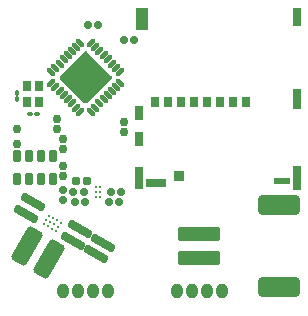
<source format=gbs>
G04 Layer_Color=16711935*
%FSAX24Y24*%
%MOIN*%
G70*
G01*
G75*
%ADD54P,0.1587X4X90.0*%
G04:AMPARAMS|DCode=73|XSize=26.3mil|YSize=24.7mil|CornerRadius=7.6mil|HoleSize=0mil|Usage=FLASHONLY|Rotation=90.000|XOffset=0mil|YOffset=0mil|HoleType=Round|Shape=RoundedRectangle|*
%AMROUNDEDRECTD73*
21,1,0.0263,0.0094,0,0,90.0*
21,1,0.0110,0.0247,0,0,90.0*
1,1,0.0152,0.0047,0.0055*
1,1,0.0152,0.0047,-0.0055*
1,1,0.0152,-0.0047,-0.0055*
1,1,0.0152,-0.0047,0.0055*
%
%ADD73ROUNDEDRECTD73*%
G04:AMPARAMS|DCode=77|XSize=25.1mil|YSize=24.7mil|CornerRadius=7.6mil|HoleSize=0mil|Usage=FLASHONLY|Rotation=180.000|XOffset=0mil|YOffset=0mil|HoleType=Round|Shape=RoundedRectangle|*
%AMROUNDEDRECTD77*
21,1,0.0251,0.0094,0,0,180.0*
21,1,0.0098,0.0247,0,0,180.0*
1,1,0.0152,-0.0049,0.0047*
1,1,0.0152,0.0049,0.0047*
1,1,0.0152,0.0049,-0.0047*
1,1,0.0152,-0.0049,-0.0047*
%
%ADD77ROUNDEDRECTD77*%
G04:AMPARAMS|DCode=81|XSize=26.3mil|YSize=24.7mil|CornerRadius=7.6mil|HoleSize=0mil|Usage=FLASHONLY|Rotation=180.000|XOffset=0mil|YOffset=0mil|HoleType=Round|Shape=RoundedRectangle|*
%AMROUNDEDRECTD81*
21,1,0.0263,0.0094,0,0,180.0*
21,1,0.0110,0.0247,0,0,180.0*
1,1,0.0152,-0.0055,0.0047*
1,1,0.0152,0.0055,0.0047*
1,1,0.0152,0.0055,-0.0047*
1,1,0.0152,-0.0055,-0.0047*
%
%ADD81ROUNDEDRECTD81*%
G04:AMPARAMS|DCode=83|XSize=25.1mil|YSize=24.7mil|CornerRadius=7.6mil|HoleSize=0mil|Usage=FLASHONLY|Rotation=270.000|XOffset=0mil|YOffset=0mil|HoleType=Round|Shape=RoundedRectangle|*
%AMROUNDEDRECTD83*
21,1,0.0251,0.0094,0,0,270.0*
21,1,0.0098,0.0247,0,0,270.0*
1,1,0.0152,-0.0047,-0.0049*
1,1,0.0152,-0.0047,0.0049*
1,1,0.0152,0.0047,0.0049*
1,1,0.0152,0.0047,-0.0049*
%
%ADD83ROUNDEDRECTD83*%
%ADD87O,0.0400X0.0499*%
G04:AMPARAMS|DCode=88|XSize=44.4mil|YSize=142.8mil|CornerRadius=7.4mil|HoleSize=0mil|Usage=FLASHONLY|Rotation=90.000|XOffset=0mil|YOffset=0mil|HoleType=Round|Shape=RoundedRectangle|*
%AMROUNDEDRECTD88*
21,1,0.0444,0.1280,0,0,90.0*
21,1,0.0295,0.1428,0,0,90.0*
1,1,0.0148,0.0640,0.0148*
1,1,0.0148,0.0640,-0.0148*
1,1,0.0148,-0.0640,-0.0148*
1,1,0.0148,-0.0640,0.0148*
%
%ADD88ROUNDEDRECTD88*%
G04:AMPARAMS|DCode=89|XSize=64.1mil|YSize=138.9mil|CornerRadius=9.9mil|HoleSize=0mil|Usage=FLASHONLY|Rotation=90.000|XOffset=0mil|YOffset=0mil|HoleType=Round|Shape=RoundedRectangle|*
%AMROUNDEDRECTD89*
21,1,0.0641,0.1191,0,0,90.0*
21,1,0.0443,0.1389,0,0,90.0*
1,1,0.0198,0.0595,0.0221*
1,1,0.0198,0.0595,-0.0221*
1,1,0.0198,-0.0595,-0.0221*
1,1,0.0198,-0.0595,0.0221*
%
%ADD89ROUNDEDRECTD89*%
%ADD90C,0.0300*%
%ADD91R,0.0302X0.0326*%
%ADD92R,0.0660X0.0267*%
%ADD93R,0.0562X0.0227*%
%ADD94R,0.0255X0.0700*%
%ADD95R,0.0326X0.0326*%
%ADD96R,0.0274X0.0621*%
%ADD97R,0.0448X0.0719*%
%ADD98R,0.0255X0.0503*%
%ADD99R,0.0274X0.0822*%
%ADD100R,0.0274X0.0778*%
G04:AMPARAMS|DCode=101|XSize=34.9mil|YSize=15.2mil|CornerRadius=5.3mil|HoleSize=0mil|Usage=FLASHONLY|Rotation=225.000|XOffset=0mil|YOffset=0mil|HoleType=Round|Shape=RoundedRectangle|*
%AMROUNDEDRECTD101*
21,1,0.0349,0.0047,0,0,225.0*
21,1,0.0244,0.0152,0,0,225.0*
1,1,0.0105,-0.0103,-0.0070*
1,1,0.0105,0.0070,0.0103*
1,1,0.0105,0.0103,0.0070*
1,1,0.0105,-0.0070,-0.0103*
%
%ADD101ROUNDEDRECTD101*%
G04:AMPARAMS|DCode=102|XSize=34.9mil|YSize=15.2mil|CornerRadius=5.3mil|HoleSize=0mil|Usage=FLASHONLY|Rotation=135.000|XOffset=0mil|YOffset=0mil|HoleType=Round|Shape=RoundedRectangle|*
%AMROUNDEDRECTD102*
21,1,0.0349,0.0047,0,0,135.0*
21,1,0.0244,0.0152,0,0,135.0*
1,1,0.0105,-0.0070,0.0103*
1,1,0.0105,0.0103,-0.0070*
1,1,0.0105,0.0070,-0.0103*
1,1,0.0105,-0.0103,0.0070*
%
%ADD102ROUNDEDRECTD102*%
G04:AMPARAMS|DCode=103|XSize=39.3mil|YSize=28.6mil|CornerRadius=8.4mil|HoleSize=0mil|Usage=FLASHONLY|Rotation=90.000|XOffset=0mil|YOffset=0mil|HoleType=Round|Shape=RoundedRectangle|*
%AMROUNDEDRECTD103*
21,1,0.0393,0.0118,0,0,90.0*
21,1,0.0224,0.0286,0,0,90.0*
1,1,0.0168,0.0059,0.0112*
1,1,0.0168,0.0059,-0.0112*
1,1,0.0168,-0.0059,-0.0112*
1,1,0.0168,-0.0059,0.0112*
%
%ADD103ROUNDEDRECTD103*%
G04:AMPARAMS|DCode=104|XSize=28.2mil|YSize=86.1mil|CornerRadius=8.4mil|HoleSize=0mil|Usage=FLASHONLY|Rotation=60.000|XOffset=0mil|YOffset=0mil|HoleType=Round|Shape=RoundedRectangle|*
%AMROUNDEDRECTD104*
21,1,0.0282,0.0693,0,0,60.0*
21,1,0.0114,0.0861,0,0,60.0*
1,1,0.0168,0.0328,-0.0124*
1,1,0.0168,0.0271,-0.0222*
1,1,0.0168,-0.0328,0.0124*
1,1,0.0168,-0.0271,0.0222*
%
%ADD104ROUNDEDRECTD104*%
%ADD105C,0.0114*%
G04:AMPARAMS|DCode=106|XSize=57.8mil|YSize=127.8mil|CornerRadius=12.3mil|HoleSize=0mil|Usage=FLASHONLY|Rotation=150.000|XOffset=0mil|YOffset=0mil|HoleType=Round|Shape=RoundedRectangle|*
%AMROUNDEDRECTD106*
21,1,0.0578,0.1033,0,0,150.0*
21,1,0.0332,0.1278,0,0,150.0*
1,1,0.0245,0.0114,0.0530*
1,1,0.0245,0.0402,0.0364*
1,1,0.0245,-0.0114,-0.0530*
1,1,0.0245,-0.0402,-0.0364*
%
%ADD106ROUNDEDRECTD106*%
G04:AMPARAMS|DCode=107|XSize=24.7mil|YSize=28.6mil|CornerRadius=7.4mil|HoleSize=0mil|Usage=FLASHONLY|Rotation=180.000|XOffset=0mil|YOffset=0mil|HoleType=Round|Shape=RoundedRectangle|*
%AMROUNDEDRECTD107*
21,1,0.0247,0.0138,0,0,180.0*
21,1,0.0098,0.0286,0,0,180.0*
1,1,0.0148,-0.0049,0.0069*
1,1,0.0148,0.0049,0.0069*
1,1,0.0148,0.0049,-0.0069*
1,1,0.0148,-0.0049,-0.0069*
%
%ADD107ROUNDEDRECTD107*%
%ADD108R,0.0298X0.0353*%
G04:AMPARAMS|DCode=109|XSize=18.9mil|YSize=15.7mil|CornerRadius=5.1mil|HoleSize=0mil|Usage=FLASHONLY|Rotation=90.000|XOffset=0mil|YOffset=0mil|HoleType=Round|Shape=RoundedRectangle|*
%AMROUNDEDRECTD109*
21,1,0.0189,0.0056,0,0,90.0*
21,1,0.0087,0.0157,0,0,90.0*
1,1,0.0102,0.0028,0.0044*
1,1,0.0102,0.0028,-0.0044*
1,1,0.0102,-0.0028,-0.0044*
1,1,0.0102,-0.0028,0.0044*
%
%ADD109ROUNDEDRECTD109*%
G04:AMPARAMS|DCode=110|XSize=18.9mil|YSize=15.7mil|CornerRadius=5.1mil|HoleSize=0mil|Usage=FLASHONLY|Rotation=0.000|XOffset=0mil|YOffset=0mil|HoleType=Round|Shape=RoundedRectangle|*
%AMROUNDEDRECTD110*
21,1,0.0189,0.0056,0,0,0.0*
21,1,0.0087,0.0157,0,0,0.0*
1,1,0.0102,0.0044,-0.0028*
1,1,0.0102,-0.0044,-0.0028*
1,1,0.0102,-0.0044,0.0028*
1,1,0.0102,0.0044,0.0028*
%
%ADD110ROUNDEDRECTD110*%
G36*
X002657Y008391D02*
X002670Y008388D01*
X002681Y008384D01*
X002691Y008377D01*
X002701Y008369D01*
X003502Y007566D01*
X003509Y007556D01*
X003513Y007544D01*
X003516Y007532D01*
X003517Y007520D01*
X003516Y007508D01*
X003513Y007496D01*
X003509Y007484D01*
X003502Y007474D01*
X003494Y007464D01*
X002701Y006671D01*
X002590Y006671D01*
X001788Y007474D01*
X001782Y007484D01*
X001777Y007496D01*
X001774Y007508D01*
X001773Y007520D01*
X001774Y007532D01*
X001777Y007544D01*
X001782Y007556D01*
X001788Y007566D01*
X001796Y007576D01*
X002590Y008369D01*
X002599Y008377D01*
X002609Y008384D01*
X002621Y008388D01*
X002633Y008391D01*
X002645Y008392D01*
X002657Y008391D01*
D02*
G37*
D54*
X002645Y007520D02*
D03*
D73*
X003927Y005685D02*
D03*
Y006024D02*
D03*
X001900Y005131D02*
D03*
Y005469D02*
D03*
Y004569D02*
D03*
Y004231D02*
D03*
X001700Y006119D02*
D03*
Y005781D02*
D03*
D77*
X003825Y003700D02*
D03*
X003475D02*
D03*
X002225D02*
D03*
X002575D02*
D03*
D81*
X003931Y008750D02*
D03*
X004269D02*
D03*
X003069Y009250D02*
D03*
X002731D02*
D03*
X003431Y003350D02*
D03*
X003769D02*
D03*
X002619D02*
D03*
X002281D02*
D03*
D83*
X001900Y003775D02*
D03*
Y003425D02*
D03*
D87*
Y000395D02*
D03*
X002400D02*
D03*
X002900D02*
D03*
X003400D02*
D03*
X005700D02*
D03*
X006200D02*
D03*
X006700D02*
D03*
X007200D02*
D03*
D88*
X006422Y001506D02*
D03*
Y002294D02*
D03*
D89*
X009099Y000542D02*
D03*
Y003258D02*
D03*
D90*
X000350Y005800D02*
D03*
Y005300D02*
D03*
D91*
X005385Y006682D02*
D03*
X005818D02*
D03*
X006251D02*
D03*
X007983D02*
D03*
X006684D02*
D03*
X007117D02*
D03*
X007550D02*
D03*
X004952D02*
D03*
D92*
X004993Y004004D02*
D03*
D93*
X009176Y004062D02*
D03*
D94*
X009682Y006788D02*
D03*
D95*
X005739Y004241D02*
D03*
D96*
X009682Y009526D02*
D03*
D97*
X004505Y009477D02*
D03*
D98*
X004408Y006316D02*
D03*
Y005446D02*
D03*
D99*
X009682Y004174D02*
D03*
D100*
X004418Y004152D02*
D03*
D101*
X002468Y006369D02*
D03*
X002329Y006508D02*
D03*
X002190Y006647D02*
D03*
X002051Y006786D02*
D03*
X001912Y006926D02*
D03*
X001772Y007065D02*
D03*
X001633Y007204D02*
D03*
X001494Y007343D02*
D03*
X002822Y008671D02*
D03*
X002961Y008532D02*
D03*
X003100Y008393D02*
D03*
X003240Y008254D02*
D03*
X003379Y008114D02*
D03*
X003518Y007975D02*
D03*
X003657Y007836D02*
D03*
X003796Y007697D02*
D03*
D102*
X001494D02*
D03*
X001633Y007836D02*
D03*
X001772Y007975D02*
D03*
X001912Y008114D02*
D03*
X002051Y008254D02*
D03*
X002190Y008393D02*
D03*
X002329Y008532D02*
D03*
X002468Y008671D02*
D03*
X003796Y007343D02*
D03*
X003657Y007204D02*
D03*
X003518Y007065D02*
D03*
X003379Y006926D02*
D03*
X003240Y006786D02*
D03*
X003100Y006647D02*
D03*
X002961Y006508D02*
D03*
X002822Y006369D02*
D03*
D103*
X001541Y004882D02*
D03*
X001147D02*
D03*
X000753D02*
D03*
X000359D02*
D03*
Y004118D02*
D03*
X000753D02*
D03*
X001147D02*
D03*
X001541D02*
D03*
D104*
X000883Y003352D02*
D03*
X000662Y002970D02*
D03*
X002221Y002070D02*
D03*
X002442Y002452D02*
D03*
X003221Y002002D02*
D03*
X003001Y001620D02*
D03*
D105*
X001657Y002400D02*
D03*
X001735Y002536D02*
D03*
X001814Y002672D02*
D03*
X001520Y002478D02*
D03*
X001599Y002615D02*
D03*
X001678Y002751D02*
D03*
X001384Y002557D02*
D03*
X001462Y002694D02*
D03*
X001541Y002830D02*
D03*
X001247Y002636D02*
D03*
X001326Y002772D02*
D03*
X001405Y002909D02*
D03*
X002971Y003543D02*
D03*
X003129D02*
D03*
X002971Y003700D02*
D03*
X003129D02*
D03*
X002971Y003857D02*
D03*
X003129D02*
D03*
D106*
X000692Y001880D02*
D03*
X001435Y001451D02*
D03*
D107*
X002323Y004050D02*
D03*
X002677D02*
D03*
D108*
X001093Y006698D02*
D03*
X000695Y006698D02*
D03*
X000695Y007214D02*
D03*
X001093Y007214D02*
D03*
D109*
X000350Y007010D02*
D03*
Y006790D02*
D03*
D110*
X001010Y006300D02*
D03*
X000790Y006300D02*
D03*
M02*

</source>
